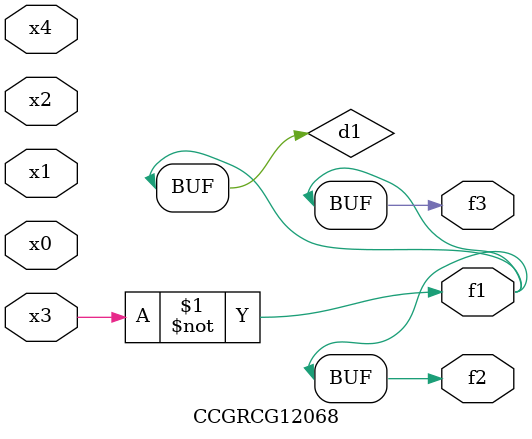
<source format=v>
module CCGRCG12068(
	input x0, x1, x2, x3, x4,
	output f1, f2, f3
);

	wire d1, d2;

	xnor (d1, x3);
	not (d2, x1);
	assign f1 = d1;
	assign f2 = d1;
	assign f3 = d1;
endmodule

</source>
